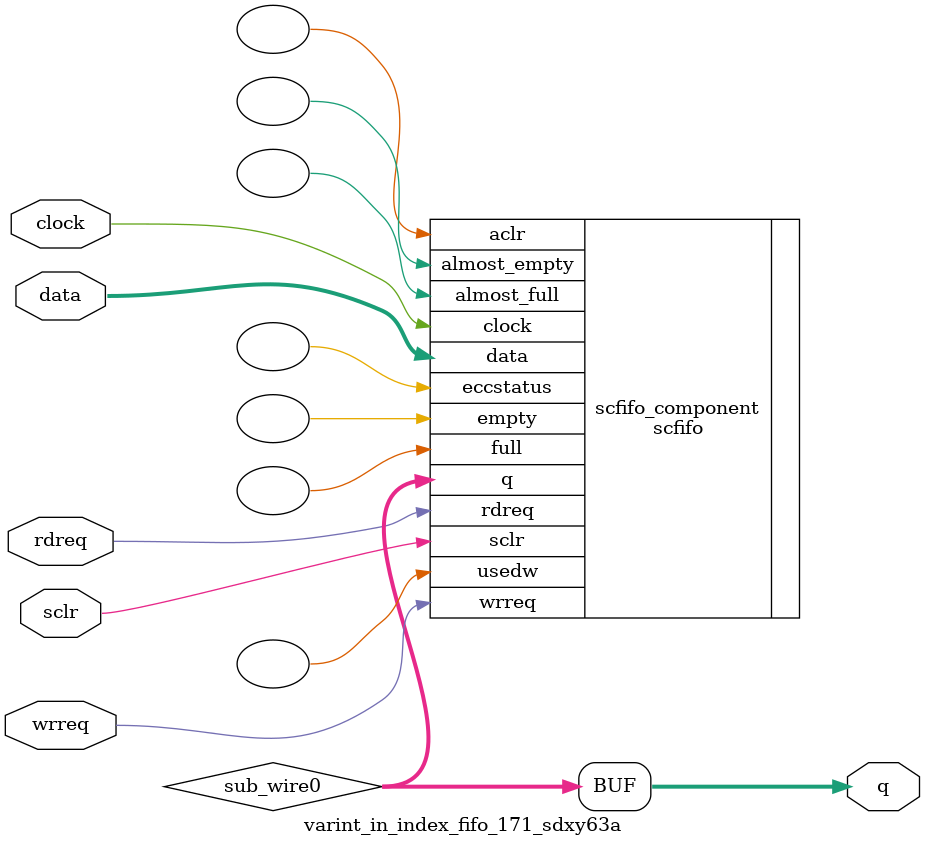
<source format=v>



`timescale 1 ps / 1 ps
// synopsys translate_on
module  varint_in_index_fifo_171_sdxy63a  (
    clock,
    data,
    rdreq,
    sclr,
    wrreq,
    q);

    input    clock;
    input  [9:0]  data;
    input    rdreq;
    input    sclr;
    input    wrreq;
    output [9:0]  q;

    wire [9:0] sub_wire0;
    wire [9:0] q = sub_wire0[9:0];

    scfifo  scfifo_component (
                .clock (clock),
                .data (data),
                .rdreq (rdreq),
                .sclr (sclr),
                .wrreq (wrreq),
                .q (sub_wire0),
                .aclr (),
                .almost_empty (),
                .almost_full (),
                .eccstatus (),
                .empty (),
                .full (),
                .usedw ());
    defparam
        scfifo_component.add_ram_output_register  = "ON",
        scfifo_component.enable_ecc  = "FALSE",
        scfifo_component.intended_device_family  = "Arria 10",
        scfifo_component.lpm_numwords  = 1024,
        scfifo_component.lpm_showahead  = "OFF",
        scfifo_component.lpm_type  = "scfifo",
        scfifo_component.lpm_width  = 10,
        scfifo_component.lpm_widthu  = 10,
        scfifo_component.overflow_checking  = "ON",
        scfifo_component.underflow_checking  = "ON",
        scfifo_component.use_eab  = "ON";


endmodule



</source>
